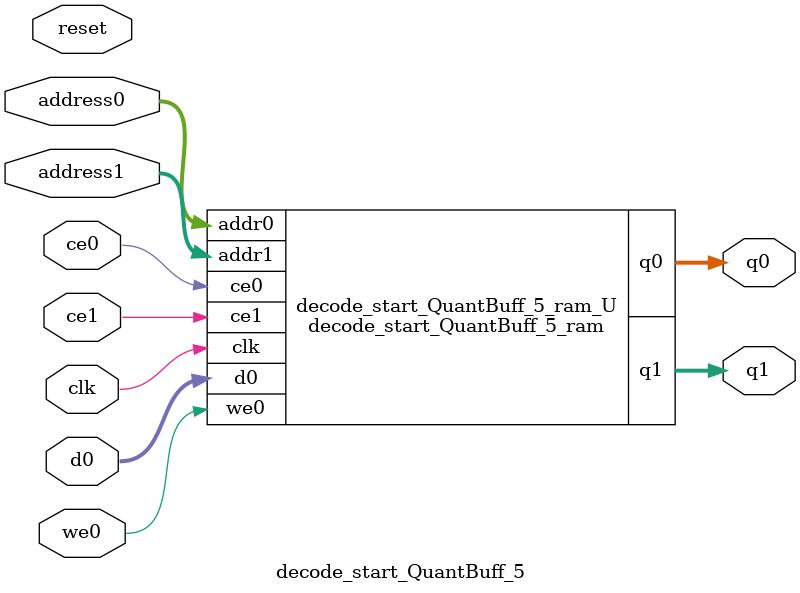
<source format=v>

`timescale 1 ns / 1 ps
module decode_start_QuantBuff_5_ram (addr0, ce0, d0, we0, q0, addr1, ce1, q1,  clk);

parameter DWIDTH = 32;
parameter AWIDTH = 6;
parameter MEM_SIZE = 64;

input[AWIDTH-1:0] addr0;
input ce0;
input[DWIDTH-1:0] d0;
input we0;
output reg[DWIDTH-1:0] q0;
input[AWIDTH-1:0] addr1;
input ce1;
output reg[DWIDTH-1:0] q1;
input clk;

(* ram_style = "block" *)reg [DWIDTH-1:0] ram[MEM_SIZE-1:0];




always @(posedge clk)  
begin 
    if (ce0) 
    begin
        if (we0) 
        begin 
            ram[addr0] <= d0; 
            q0 <= d0;
        end 
        else 
            q0 <= ram[addr0];
    end
end


always @(posedge clk)  
begin 
    if (ce1) 
    begin
            q1 <= ram[addr1];
    end
end


endmodule


`timescale 1 ns / 1 ps
module decode_start_QuantBuff_5(
    reset,
    clk,
    address0,
    ce0,
    we0,
    d0,
    q0,
    address1,
    ce1,
    q1);

parameter DataWidth = 32'd32;
parameter AddressRange = 32'd64;
parameter AddressWidth = 32'd6;
input reset;
input clk;
input[AddressWidth - 1:0] address0;
input ce0;
input we0;
input[DataWidth - 1:0] d0;
output[DataWidth - 1:0] q0;
input[AddressWidth - 1:0] address1;
input ce1;
output[DataWidth - 1:0] q1;



decode_start_QuantBuff_5_ram decode_start_QuantBuff_5_ram_U(
    .clk( clk ),
    .addr0( address0 ),
    .ce0( ce0 ),
    .d0( d0 ),
    .we0( we0 ),
    .q0( q0 ),
    .addr1( address1 ),
    .ce1( ce1 ),
    .q1( q1 ));

endmodule


</source>
